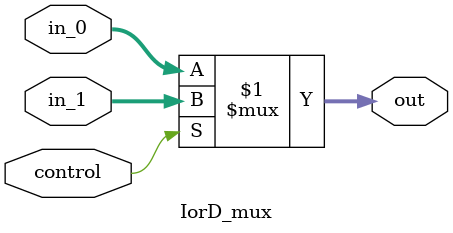
<source format=v>
module IorD_mux (
    input wire control,

    input wire [31:0] in_0, // PC - 0
    input wire [31:0] in_1, // ALUOut - 1
    
    output wire [31:0] out
);
    assign out = (control) ? in_1 : in_0;
endmodule

</source>
